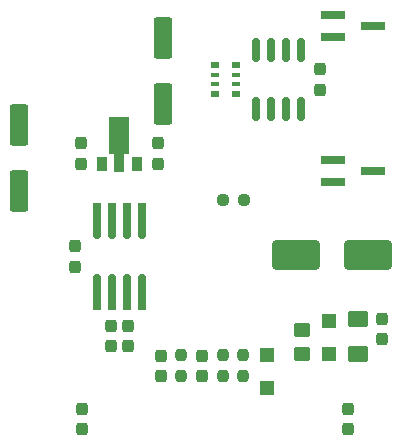
<source format=gtp>
%TF.GenerationSoftware,KiCad,Pcbnew,(6.0.0)*%
%TF.CreationDate,2022-05-26T17:50:24+02:00*%
%TF.ProjectId,slider,736c6964-6572-42e6-9b69-6361645f7063,rev?*%
%TF.SameCoordinates,Original*%
%TF.FileFunction,Paste,Top*%
%TF.FilePolarity,Positive*%
%FSLAX46Y46*%
G04 Gerber Fmt 4.6, Leading zero omitted, Abs format (unit mm)*
G04 Created by KiCad (PCBNEW (6.0.0)) date 2022-05-26 17:50:24*
%MOMM*%
%LPD*%
G01*
G04 APERTURE LIST*
G04 Aperture macros list*
%AMRoundRect*
0 Rectangle with rounded corners*
0 $1 Rounding radius*
0 $2 $3 $4 $5 $6 $7 $8 $9 X,Y pos of 4 corners*
0 Add a 4 corners polygon primitive as box body*
4,1,4,$2,$3,$4,$5,$6,$7,$8,$9,$2,$3,0*
0 Add four circle primitives for the rounded corners*
1,1,$1+$1,$2,$3*
1,1,$1+$1,$4,$5*
1,1,$1+$1,$6,$7*
1,1,$1+$1,$8,$9*
0 Add four rect primitives between the rounded corners*
20,1,$1+$1,$2,$3,$4,$5,0*
20,1,$1+$1,$4,$5,$6,$7,0*
20,1,$1+$1,$6,$7,$8,$9,0*
20,1,$1+$1,$8,$9,$2,$3,0*%
%AMFreePoly0*
4,1,9,3.862500,-0.866500,0.737500,-0.866500,0.737500,-0.450000,-0.737500,-0.450000,-0.737500,0.450000,0.737500,0.450000,0.737500,0.866500,3.862500,0.866500,3.862500,-0.866500,3.862500,-0.866500,$1*%
G04 Aperture macros list end*
%ADD10RoundRect,0.237500X0.237500X-0.250000X0.237500X0.250000X-0.237500X0.250000X-0.237500X-0.250000X0*%
%ADD11RoundRect,0.237500X0.237500X-0.300000X0.237500X0.300000X-0.237500X0.300000X-0.237500X-0.300000X0*%
%ADD12R,0.800000X0.500000*%
%ADD13R,0.800000X0.400000*%
%ADD14R,2.000000X0.700000*%
%ADD15RoundRect,0.237500X-0.237500X0.250000X-0.237500X-0.250000X0.237500X-0.250000X0.237500X0.250000X0*%
%ADD16RoundRect,0.250000X1.750000X1.000000X-1.750000X1.000000X-1.750000X-1.000000X1.750000X-1.000000X0*%
%ADD17RoundRect,0.237500X-0.250000X-0.237500X0.250000X-0.237500X0.250000X0.237500X-0.250000X0.237500X0*%
%ADD18RoundRect,0.237500X-0.237500X0.300000X-0.237500X-0.300000X0.237500X-0.300000X0.237500X0.300000X0*%
%ADD19R,0.650000X1.700000*%
%ADD20RoundRect,0.250001X-0.624999X0.462499X-0.624999X-0.462499X0.624999X-0.462499X0.624999X0.462499X0*%
%ADD21RoundRect,0.250000X0.450000X-0.350000X0.450000X0.350000X-0.450000X0.350000X-0.450000X-0.350000X0*%
%ADD22RoundRect,0.150000X-0.150000X0.825000X-0.150000X-0.825000X0.150000X-0.825000X0.150000X0.825000X0*%
%ADD23RoundRect,0.250000X0.550000X-1.500000X0.550000X1.500000X-0.550000X1.500000X-0.550000X-1.500000X0*%
%ADD24R,0.900000X1.300000*%
%ADD25FreePoly0,90.000000*%
%ADD26R,1.200000X1.200000*%
%ADD27RoundRect,0.150000X0.150000X-0.825000X0.150000X0.825000X-0.150000X0.825000X-0.150000X-0.825000X0*%
G04 APERTURE END LIST*
D10*
%TO.C,R5*%
X135250000Y-112162500D03*
X135250000Y-110337500D03*
%TD*%
D11*
%TO.C,C14*%
X133500000Y-112112500D03*
X133500000Y-110387500D03*
%TD*%
D12*
%TO.C,RN1*%
X139900000Y-88225000D03*
D13*
X139900000Y-87425000D03*
X139900000Y-86625000D03*
D12*
X139900000Y-85825000D03*
X138100000Y-85825000D03*
D13*
X138100000Y-86625000D03*
X138100000Y-87425000D03*
D12*
X138100000Y-88225000D03*
%TD*%
D14*
%TO.C,Q1*%
X148050000Y-81550000D03*
X148050000Y-83450000D03*
X151450000Y-82500000D03*
%TD*%
D11*
%TO.C,C1*%
X146975000Y-87887500D03*
X146975000Y-86162500D03*
%TD*%
%TO.C,C8*%
X126750000Y-94150000D03*
X126750000Y-92425000D03*
%TD*%
D15*
%TO.C,R2*%
X140500000Y-110337500D03*
X140500000Y-112162500D03*
%TD*%
D16*
%TO.C,C10*%
X151050000Y-101887500D03*
X144950000Y-101887500D03*
%TD*%
D11*
%TO.C,C4*%
X137000000Y-112112500D03*
X137000000Y-110387500D03*
%TD*%
D17*
%TO.C,R1*%
X138735000Y-97250000D03*
X140560000Y-97250000D03*
%TD*%
D18*
%TO.C,C12*%
X149375000Y-114887500D03*
X149375000Y-116612500D03*
%TD*%
%TO.C,C13*%
X126875000Y-114887500D03*
X126875000Y-116612500D03*
%TD*%
D19*
%TO.C,U3*%
X128095000Y-105650000D03*
X129365000Y-105650000D03*
X130635000Y-105650000D03*
X131905000Y-105650000D03*
X131905000Y-98350000D03*
X130635000Y-98350000D03*
X129365000Y-98350000D03*
X128095000Y-98350000D03*
%TD*%
D20*
%TO.C,F1*%
X150180000Y-107262500D03*
X150180000Y-110237500D03*
%TD*%
D21*
%TO.C,R4*%
X145500000Y-110237500D03*
X145500000Y-108237500D03*
%TD*%
D22*
%TO.C,U1*%
X145380000Y-84550000D03*
X144110000Y-84550000D03*
X142840000Y-84550000D03*
X141570000Y-84550000D03*
X141570000Y-89500000D03*
X142840000Y-89500000D03*
X144110000Y-89500000D03*
X145380000Y-89500000D03*
%TD*%
D18*
%TO.C,C11*%
X126250000Y-101137500D03*
X126250000Y-102862500D03*
%TD*%
D23*
%TO.C,C9*%
X121500000Y-96450000D03*
X121500000Y-90850000D03*
%TD*%
D24*
%TO.C,U2*%
X128500000Y-94150000D03*
D25*
X130000000Y-94062500D03*
D24*
X131500000Y-94150000D03*
%TD*%
D26*
%TO.C,D2*%
X142500000Y-110350000D03*
X142500000Y-113150000D03*
%TD*%
D11*
%TO.C,C5*%
X133250000Y-94150000D03*
X133250000Y-92425000D03*
%TD*%
D18*
%TO.C,C3*%
X129250000Y-107887500D03*
X129250000Y-109612500D03*
%TD*%
D23*
%TO.C,C6*%
X133725000Y-89075000D03*
X133725000Y-83475000D03*
%TD*%
D15*
%TO.C,R3*%
X138750000Y-110337500D03*
X138750000Y-112162500D03*
%TD*%
D26*
%TO.C,D3*%
X147750000Y-110237500D03*
X147750000Y-107437500D03*
%TD*%
D27*
%TO.C,U4*%
X128095000Y-104475000D03*
X129365000Y-104475000D03*
X130635000Y-104475000D03*
X131905000Y-104475000D03*
X131905000Y-99525000D03*
X130635000Y-99525000D03*
X129365000Y-99525000D03*
X128095000Y-99525000D03*
%TD*%
D14*
%TO.C,Q2*%
X148050000Y-93800000D03*
X148050000Y-95700000D03*
X151450000Y-94750000D03*
%TD*%
D18*
%TO.C,C7*%
X152250000Y-107262500D03*
X152250000Y-108987500D03*
%TD*%
%TO.C,C2*%
X130750000Y-107887500D03*
X130750000Y-109612500D03*
%TD*%
M02*

</source>
